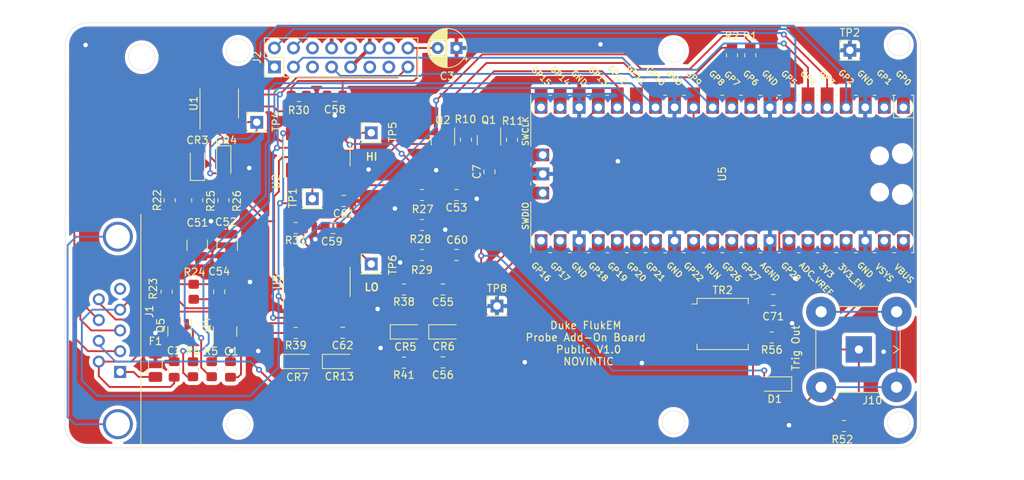
<source format=kicad_pcb>
(kicad_pcb (version 20211014) (generator pcbnew)
  (title_block (title "Duke Fluke'EM Probe Board") (date "2022-06-19") (rev "Public 1.0") (company "novintic") (comment 3 "mirko (novintic)"))
  (layers (0 "F.Cu" signal) (31 "B.Cu" signal) (34 "B.Paste" user) (35 "F.Paste" user) (36 "B.SilkS" user "B.Silkscreen") (37 "F.SilkS" user "F.Silkscreen") (38 "B.Mask" user) (39 "F.Mask" user) (44 "Edge.Cuts" user))
  (net 0 "")
  (net 1 "GND")
  (net 2 "~{RED}")
  (net 3 "~{GRN}")
  (net 4 "+3V3")
  (net 5 "5VProbe")
  (net 6 "Net-(C51-Pad1)")
  (net 7 "Net-(C52-Pad1)")
  (net 8 "~{PULSEHI_B}")
  (net 9 "~{PULSEHI}")
  (net 10 "PULSELO")
  (net 11 "-.7V")
  (net 12 "0.108V")
  (net 13 "-5V")
  (net 14 "Net-(C71-Pad1)")
  (net 15 "SYNC OUT_A")
  (net 16 "Net-(CR5-Pad2)")
  (net 17 "Net-(CR13-Pad1)")
  (net 18 "Net-(D1-Pad1)")
  (net 19 "Net-(TP5-Pad1)")
  (net 20 "Net-(TP6-Pad1)")
  (net 21 "FUSE_GND")
  (net 22 "unconnected-(J1-Pad0)")
  (net 23 "PROBE_TIP")
  (net 24 "SHIELD")
  (net 25 "SPISCK_A")
  (net 26 "SPICS_A")
  (net 27 "MOSI_A")
  (net 28 "MISO_A")
  (net 29 "GPIO0_A")
  (net 30 "GPIO1_A")
  (net 31 "~{SYNC_A}")
  (net 32 "TX_A")
  (net 33 "RX_A")
  (net 34 "GPIO0_B")
  (net 35 "GPIO1_B")
  (net 36 "PWRFAIL_A")
  (net 37 "~{RESET_A}")
  (net 38 "~{PODSTAT_A}")
  (net 39 "DA7")
  (net 40 "DA6")
  (net 41 "~{MAINSTAT_A}")
  (net 42 "DA5")
  (net 43 "DA4")
  (net 44 "DA0")
  (net 45 "DA3")
  (net 46 "DA1")
  (net 47 "DA2")
  (net 48 "Net-(J10-Pad1)")
  (net 49 "Net-(J10-Pad2)")
  (net 50 "LEDHI_A")
  (net 51 "LEDLO_A")
  (net 52 "0.339V")
  (net 53 "Net-(R56-Pad2)")
  (net 54 "Net-(TP1-Pad1)")
  (net 67 "~{HIGH_A}")
  (net 68 "~{LOW_A}")
  (net 77 "PULSELO_B")
  (net 78 "Net-(Q1-Pad1)")
  (net 79 "Net-(Q2-Pad1)")
  (net 80 "Net-(Q4-Pad1)")
  (net 81 "Net-(Q5-Pad1)")
  (net 82 "Net-(R1-Pad2)")
  (net 83 "Net-(R2-Pad2)")
  (net 84 "PULSEHI_A")
  (net 85 "~{PULSELO_A}")
  (footprint "Capacitor_SMD:C_0805_2012Metric_Pad1.18x1.45mm_HandSolder" (layer "F.Cu") (at 150.6 102.8 180)
    (fp_text reference "C60")
    (fp_text value "0.22uF")
  )
  (footprint "Connector_PinHeader_2.54mm:PinHeader_2x08_P2.54mm_Vertical" (layer "F.Cu") (at 126.35 77.74 90)
    (fp_text reference "J2")
    (fp_text value "FluCom3")
  )
  (footprint "Connector_PinHeader_2.54mm:PinHeader_1x01_P2.54mm_Vertical" (layer "F.Cu") (at 139.25 104)
    (fp_text reference "TP6")
    (fp_text value "HI")
  )
  (footprint "Package_SO:SOIC-14_3.9x8.7mm_P1.27mm" (layer "F.Cu") (at 132 89 90)
    (fp_text reference "U2")
    (fp_text value "LM361")
  )
  (footprint "Resistor_SMD:R_0805_2012Metric_Pad1.20x1.40mm_HandSolder" (layer "F.Cu") (at 146 94.8)
    (fp_text reference "R27")
    (fp_text value "4420R(1%)")
  )
  (footprint "Package_TO_SOT_SMD:SOT-23" (layer "F.Cu") (at 154.933332 87.5 -90)
    (fp_text reference "Q1")
    (fp_text value "BSS138")
  )
  (footprint "Capacitor_SMD:C_0805_2012Metric_Pad1.18x1.45mm_HandSolder" (layer "F.Cu") (at 148.8 107.4 180)
    (fp_text reference "C55")
    (fp_text value ".001uF")
  )
  (footprint "MCU_RaspberryPi_and_Boards:RPi_Pico_SMD_TH" (layer "F.Cu") (at 186 92 -90)
    (fp_text reference "U5")
    (fp_text value "2040 Pico")
  )
  (footprint "Resistor_SMD:R_0805_2012Metric_Pad1.20x1.40mm_HandSolder" (layer "F.Cu") (at 112.4 95.5 90)
    (fp_text reference "R22")
    (fp_text value "200R")
  )
  (footprint "Resistor_SMD:R_0805_2012Metric_Pad1.20x1.40mm_HandSolder" (layer "F.Cu") (at 143.6 107.4 180)
    (fp_text reference "R38")
    (fp_text value "750R")
  )
  (footprint "Capacitor_SMD:C_0805_2012Metric_Pad1.18x1.45mm_HandSolder" (layer "F.Cu") (at 192.8 108.8)
    (fp_text reference "C71")
    (fp_text value "0.22uF")
  )
  (footprint "Capacitor_SMD:C_0805_2012Metric_Pad1.18x1.45mm_HandSolder" (layer "F.Cu") (at 134.4 81.6)
    (fp_text reference "C58")
    (fp_text value "0.22uF")
  )
  (footprint "Package_TO_SOT_SMD:SOT-23" (layer "F.Cu") (at 148.8 87.5 -90)
    (fp_text reference "Q2")
    (fp_text value "BSS138")
  )
  (footprint "Resistor_SMD:R_0805_2012Metric_Pad1.20x1.40mm_HandSolder" (layer "F.Cu") (at 118 118.0325 -90)
    (fp_text reference "R5")
    (fp_text value "1K")
  )
  (footprint "Resistor_SMD:R_0805_2012Metric_Pad1.20x1.40mm_HandSolder" (layer "F.Cu") (at 129.2 113.2 180)
    (fp_text reference "R39")
    (fp_text value "1K")
  )
  (footprint "Package_TO_SOT_SMD:SOT-23" (layer "F.Cu") (at 119.78 113 90)
    (fp_text reference "Q4")
    (fp_text value "BSS138")
  )
  (footprint "Transformer_SMD:Pulse_P0926NL" (layer "F.Cu") (at 186.06 112)
    (fp_text reference "TR2")
    (fp_text value "PULSE PH9084")
  )
  (footprint "Capacitor_SMD:C_0805_2012Metric_Pad1.18x1.45mm_HandSolder" (layer "F.Cu") (at 120.5 118.0625 -90)
    (fp_text reference "C1")
    (fp_text value "6.8uF 35V")
  )
  (footprint "Capacitor_SMD:C_0805_2012Metric_Pad1.18x1.45mm_HandSolder" (layer "F.Cu") (at 134.1625 99.2)
    (fp_text reference "C59")
    (fp_text value "0.22uF")
  )
  (footprint "Resistor_SMD:R_0805_2012Metric_Pad1.20x1.40mm_HandSolder" (layer "F.Cu") (at 151.866666 87.43 -90)
    (fp_text reference "R10")
    (fp_text value "1K")
  )
  (footprint "Diode_SMD:Nexperia_CFP3_SOD-123W" (layer "F.Cu") (at 116.1 90.6 90)
    (fp_text reference "CR3")
    (fp_text value "1N4448")
  )
  (footprint "Diode_SMD:Nexperia_CFP3_SOD-123W" (layer "F.Cu") (at 144.045 113.05)
    (fp_text reference "CR5")
    (fp_text value "1N4448")
  )
  (footprint "Capacitor_SMD:C_0805_2012Metric_Pad1.18x1.45mm_HandSolder" (layer "F.Cu") (at 135.6 95.6 180)
    (fp_text reference "C61")
    (fp_text value "0.22uF")
  )
  (footprint "Resistor_SMD:R_0805_2012Metric_Pad1.20x1.40mm_HandSolder" (layer "F.Cu") (at 192.6 113.8 180)
    (fp_text reference "R56")
    (fp_text value "510R")
  )
  (footprint "Package_TO_SOT_SMD:SOT-23" (layer "F.Cu") (at 113.72 113 -90)
    (fp_text reference "Q5")
    (fp_text value "BSS138")
  )
  (footprint "Resistor_SMD:R_0805_2012Metric_Pad1.20x1.40mm_HandSolder" (layer "F.Cu") (at 146 98.8)
    (fp_text reference "R28")
    (fp_text value "200R(1%)")
  )
  (footprint "Capacitor_SMD:C_0805_2012Metric_Pad1.18x1.45mm_HandSolder" (layer "F.Cu") (at 113 118.0625 -90)
    (fp_text reference "C2")
    (fp_text value "6.8uF 35V")
  )
  (footprint "Resistor_SMD:R_0805_2012Metric_Pad1.20x1.40mm_HandSolder" (layer "F.Cu") (at 129.6 81.6 180)
    (fp_text reference "R30")
    (fp_text value "2.2K")
  )
  (footprint "Connector_PinHeader_2.54mm:PinHeader_1x01_P2.54mm_Vertical" (layer "F.Cu") (at 203 75.5)
    (fp_text reference "TP2")
    (fp_text value "GND")
  )
  (footprint "Resistor_SMD:R_0805_2012Metric_Pad1.20x1.40mm_HandSolder" (layer "F.Cu") (at 189.735832 76.17 -90)
    (fp_text reference "R1")
    (fp_text value "200R")
  )
  (footprint "Capacitor_SMD:C_1210_3225Metric" (layer "F.Cu") (at 120.07 101.5 -90)
    (fp_text reference "C52")
    (fp_text value "5-50pF")
  )
  (footprint "Resistor_SMD:R_0805_2012Metric_Pad1.20x1.40mm_HandSolder" (layer "F.Cu") (at 115.6 107.7 -90)
    (fp_text reference "R24")
    (fp_text value "330R")
  )
  (footprint "Resistor_SMD:R_0805_2012Metric_Pad1.20x1.40mm_HandSolder" (layer "F.Cu") (at 116.07 95.5 90)
    (fp_text reference "R25")
    (fp_text value "150R")
  )
  (footprint "Resistor_SMD:R_0805_2012Metric_Pad1.20x1.40mm_HandSolder" (layer "F.Cu") (at 187.301666 76.17 -90)
    (fp_text reference "R2")
    (fp_text value "200R")
  )
  (footprint "Capacitor_SMD:C_0805_2012Metric_Pad1.18x1.45mm_HandSolder" (layer "F.Cu") (at 135.4375 113.17 180)
    (fp_text reference "C62")
    (fp_text value "0.22uF")
  )
  (footprint "Diode_SMD:Nexperia_CFP3_SOD-123W" (layer "F.Cu") (at 129.6 117)
    (fp_text reference "CR7")
    (fp_text value "1N4448")
  )
  (footprint "Package_SO:SOIC-14_3.9x8.7mm_P1.27mm" (layer "F.Cu") (at 132 106.4 90)
    (fp_text reference "U3")
    (fp_text value "LM361")
  )
  (footprint "Diode_SMD:Nexperia_CFP3_SOD-123W" (layer "F.Cu") (at 193 120 180)
    (fp_text reference "D1")
    (fp_text value "MBR120(520?)")
  )
  (footprint "Capacitor_SMD:C_0805_2012Metric_Pad1.18x1.45mm_HandSolder" (layer "F.Cu") (at 155 91.7 90)
    (fp_text reference "C7")
    (fp_text value "10nF")
  )
  (footprint "Resistor_SMD:R_0805_2012Metric_Pad1.20x1.40mm_HandSolder" (layer "F.Cu") (at 202.2 125.6)
    (fp_text reference "R52")
    (fp_text value "100R")
  )
  (footprint "Connector_PinHeader_2.54mm:PinHeader_1x01_P2.54mm_Vertical" (layer "F.Cu") (at 156 109.6)
    (fp_text reference "TP8")
    (fp_text value "TP8")
  )
  (footprint "Capacitor_SMD:C_0805_2012Metric_Pad1.18x1.45mm_HandSolder" (layer "F.Cu") (at 150.6 94.8 180)
    (fp_text reference "C53")
    (fp_text value "0.22uF")
  )
  (footprint "Diode_SMD:Nexperia_CFP3_SOD-123W" (layer "F.Cu") (at 135 117)
    (fp_text reference "CR13")
    (fp_text value "1N4448")
  )
  (footprint "Diode_SMD:Nexperia_CFP3_SOD-123W" (layer "F.Cu") (at 119.6 90.5 -90)
    (fp_text reference "CR4")
    (fp_text value "1N4448")
  )
  (footprint "Connector_Dsub:DSUB-9_Female_Horizontal_P2.77x2.84mm_EdgePinOffset4.94mm_Housed_MountingHolesOffset7.48mm" (layer "F.Cu") (at 105.8 118.4 -90)
    (fp_text reference "J1")
    (fp_text value "9010A Probe")
  )
  (footprint "Connector_PinHeader_2.54mm:PinHeader_1x01_P2.54mm_Vertical" (layer "F.Cu") (at 131.4 95.3)
    (fp_text reference "TP1")
    (fp_text value "TP1")
  )
  (footprint "Diode_SMD:Nexperia_CFP3_SOD-123W" (layer "F.Cu") (at 149.17 113.05)
    (fp_text reference "CR6")
    (fp_text value "1N4448")
  )
  (footprint "Resistor_SMD:R_0805_2012Metric_Pad1.20x1.40mm_HandSolder" (layer "F.Cu") (at 146 102.8)
    (fp_text reference "R29")
    (fp_text value "100R(1%)")
  )
  (footprint "Package_SO:SOIC-8_3.9x4.9mm_P1.27mm" (layer "F.Cu") (at 119 82.6 90)
    (fp_text reference "U1")
    (fp_text value "JFE2140")
  )
  (footprint "Capacitor_SMD:C_0805_2012Metric_Pad1.18x1.45mm_HandSolder" (layer "F.Cu") (at 148.8 117.12 180)
    (fp_text reference "C56")
    (fp_text value "22uF 15V Tant")
  )
  (footprint "Capacitor_SMD:C_0805_2012Metric_Pad1.18x1.45mm_HandSolder" (layer "F.Cu") (at 119 107.7 90)
    (fp_text reference "C54")
    (fp_text value ".001uF")
  )
  (footprint "Resistor_SMD:R_0805_2012Metric_Pad1.20x1.40mm_HandSolder" (layer "F.Cu") (at 112 107.7 90)
    (fp_text reference "R23")
    (fp_text value "200R")
  )
  (footprint "Capacitor_SMD:C_1210_3225Metric" (layer "F.Cu") (at 116.07 101.5 -90)
    (fp_text reference "C51")
    (fp_text value "2-10pF")
  )
  (footprint "Resistor_SMD:R_0805_2012Metric_Pad1.20x1.40mm_HandSolder" (layer "F.Cu") (at 158 87.43 90)
    (fp_text reference "R11")
    (fp_text value "1K")
  )
  (footprint "Connector_Coaxial:BNC_TEConnectivity_1478035_Horizontal" (layer "F.Cu") (at 204.2 115.4 -90)
    (fp_text reference "J10")
    (fp_text value "Trig Out")
  )
  (footprint "Resistor_SMD:R_0805_2012Metric_Pad1.20x1.40mm_HandSolder" (layer "F.Cu") (at 143.6 117.15 180)
    (fp_text reference "R41")
    (fp_text value "200R")
  )
  (footprint "Capacitor_SMD:C_1206_3216Metric_Pad1.33x1.80mm_HandSolder" (layer "F.Cu") (at 110.5 117.5 90)
    (fp_text reference "F1")
    (fp_text value "Polyfuse")
  )
  (footprint "Resistor_SMD:R_0805_2012Metric_Pad1.20x1.40mm_HandSolder" (layer "F.Cu") (at 115.5 118.0325 -90)
    (fp_text reference "R6")
    (fp_text value "1K")
  )
  (footprint "Connector_PinHeader_2.54mm:PinHeader_1x01_P2.54mm_Vertical" (layer "F.Cu") (at 139.25 86.5)
    (fp_text reference "TP5")
    (fp_text value "LO")
  )
  (footprint "Connector_PinHeader_2.54mm:PinHeader_1x01_P2.54mm_Vertical" (layer "F.Cu") (at 124 85.1)
    (fp_text reference "TP4")
    (fp_text value "JFET_IN")
  )
  (footprint "Capacitor_THT:CP_Radial_D5.0mm_P2.50mm" (layer "F.Cu") (at 150.605112 75.2 180)
    (fp_text reference "C3")
    (fp_text value "100uF")
  )
  (footprint "Resistor_SMD:R_0805_2012Metric_Pad1.20x1.40mm_HandSolder" (layer "F.Cu") (at 119.57 95.5 90)
    (fp_text reference "R26")
    (fp_text value "15K(1%)")
  )
  (footprint "Resistor_SMD:R_0805_2012Metric_Pad1.20x1.40mm_HandSolder" (layer "F.Cu") (at 129.2 99.2 180)
    (fp_text reference "R31")
    (fp_text value "2.2K")
  )
  (gr_line (start 98.51541 74.74541) (end 98.46541 125.59541) (layer "Edge.Cuts") (width 0.05))
  (gr_arc (start 209.51541 71.84541) (mid 211.56601 72.694804) (end 212.41541 74.74541) (layer "Edge.Cuts") (width 0.05))
  (gr_line (start 121.615354 128.493745) (end 179.51541 128.49541) (layer "Edge.Cuts") (width 0.05))
  (gr_circle (center 209.51541 74.74541) (end 211.01541 74.74541) (layer "Edge.Cuts") (width 0.05) (fill none))
  (gr_arc (start 101.36541 128.49541) (mid 99.3148 127.64602) (end 98.46541 125.59541) (layer "Edge.Cuts") (width 0.05))
  (gr_line (start 101.41541 71.84541) (end 209.51541 71.84541) (layer "Edge.Cuts") (width 0.05))
  (gr_arc (start 212.41541 125.59541) (mid 211.566017 127.646017) (end 209.51541 128.49541) (layer "Edge.Cuts") (width 0.05))
  (gr_line (start 115.56541 128.49541) (end 121.615354 128.493745) (layer "Edge.Cuts") (width 0.05))
  (gr_line (start 212.41541 125.19541) (end 212.41541 74.74541) (layer "Edge.Cuts") (width 0.05))
  (gr_circle (center 121.51541 125.38666) (end 122.91541 126.08666) (layer "Edge.Cuts") (width 0.05) (fill none))
  (gr_circle (center 179.51541 75.54541) (end 181.01541 75.94541) (layer "Edge.Cuts") (width 0.05) (fill none))
  (gr_line (start 212.41541 125.19541) (end 212.41541 125.59541) (layer "Edge.Cuts") (width 0.05))
  (gr_circle (center 121.51541 75.54541) (end 122.81541 76.44541) (layer "Edge.Cuts") (width 0.05) (fill none))
  (gr_line (start 179.51541 128.49541) (end 209.51541 128.49541) (layer "Edge.Cuts") (width 0.05))
  (gr_circle (center 209.51541 125.19541) (end 211.01541 125.19541) (layer "Edge.Cuts") (width 0.05) (fill none))
  (gr_circle (center 108.675 76.425) (end 108.675 74.675) (layer "Edge.Cuts") (width 0.05) (fill none))
  (gr_line (start 115.56541 128.49541) (end 101.36541 128.49541) (layer "Edge.Cuts") (width 0.05))
  (gr_arc (start 98.51541 74.74541) (mid 99.3648 72.6948) (end 101.41541 71.84541) (layer "Edge.Cuts") (width 0.05))
  (gr_circle (center 179.51541 125.09541) (end 180.81541 125.89541) (layer "Edge.Cuts") (width 0.05) (fill none))
  (gr_text "HI" (at 139.3 89.7) (layer "F.SilkS") (effects (font (size 1 1) (thickness 0.2))))
  (gr_text "LO" (at 139.3 107.1) (layer "F.SilkS") (effects (font (size 1 1) (thickness 0.2))))
  (gr_text "Duke FlukEM \nProbe Add-On Board \nPublic V1.0\nNOVINTIC" (at 168.2 114.6) (layer "F.SilkS") (effects (font (size 1 1))))
  (segment (start 110.5 115.9375) (end 111.9125 115.9375) (width 0.25) (layer "F.Cu") (net 1))
  (segment (start 193.6 76.1) (end 193.6 81.86) (width 0.25) (layer "F.Cu") (net 1))
  (segment (start 111.9125 115.9375) (end 113 117.025) (width 0.25) (layer "F.Cu") (net 1))
  (segment (start 193.6 81.86) (end 192.35 83.11) (width 0.25) (layer "F.Cu") (net 1))
  (segment (start 136.51 77.74) (end 139.05 75.2) (width 0.5) (layer "F.Cu") (net 1))
  (via (at 147.9 91.5) (size 1) (drill 0.6) (layers "F.Cu" "B.Cu") (net 1))
  (via (at 195.3 111.9) (size 1) (drill 0.6) (layers "F.Cu" "B.Cu") (net 1))
  (via (at 110.5 113.2) (size 1) (drill 0.6) (layers "F.Cu" "B.Cu") (net 1))
  (via (at 140.1 110) (size 1) (drill 0.6) (layers "F.Cu" "B.Cu") (net 1))
  (via (at 138.9 91.4) (size 1) (drill 0.6) (layers "F.Cu" "B.Cu") (net 1))
  (via (at 124.2 115.6) (size 1) (drill 0.6) (layers "F.Cu" "B.Cu") (net 1))
  (via (at 120.6 115.6) (size 1) (drill 0.6) (layers "F.Cu" "B.Cu") (net 1))
  (via (at 149.1 99.4245) (size 1) (drill 0.6) (layers "F.Cu" "B.Cu") (net 1))
  (via (at 123.1 106.4) (size 1) (drill 0.6) (layers "F.Cu" "B.Cu") (net 1))
  (via (at 159.7 117.1) (size 1) (drill 0.6) (layers "F.Cu" "B.Cu") (net 1))
  (via (at 169.780205 74.713377) (size 1) (drill 0.6) (layers "F.Cu" "B.Cu") (net 1))
  (via (at 131.8 100.7) (size 1) (drill 0.6) (layers "F.Cu" "B.Cu") (net 1))
  (via (at 140.5 115.2) (size 1) (drill 0.6) (layers "F.Cu" "B.Cu") (net 1))
  (via (at 195.7 105.9) (size 1) (drill 0.6) (layers "F.Cu" "B.Cu") (net 1))
  (via (at 207.5 115.7) (size 1) (drill 0.6) (layers "F.Cu" "B.Cu") (net 1))
  (via (at 123 91.2) (size 1) (drill 0.6) (layers "F.Cu" "B.Cu") (net 1))
  (via (at 134.4 84.2) (size 1) (drill 0.6) (layers "F.Cu" "B.Cu") (net 1))
  (via (at 153.3 95.3) (size 1) (drill 0.6) (layers "F.Cu" "B.Cu") (net 1))
  (via (at 143.1 103.8) (size 1) (drill 0.6) (layers "F.Cu" "B.Cu") (net 1))
  (via (at 142.4 96.6) (size 1) (drill 0.6) (layers "F.Cu" "B.Cu") (net 1))
  (via (at 175.3 117.2) (size 1) (drill 0.6) (layers "F.Cu" "B.Cu") (net 1))
  (via (at 117.9 98.3) (size 1) (drill 0.6) (layers "F.Cu" "B.Cu") (net 1))
  (via (at 194.9 125.5) (size 1) (drill 0.6) (layers "F.Cu" "B.Cu") (net 1))
  (via (at 101.2 74.8) (size 1) (drill 0.6) (layers "F.Cu" "B.Cu") (net 1))
  (via (at 172.1 90.3) (size 1) (drill 0.6) (layers "F.Cu" "B.Cu") (net 1))
  (segment (start 102.96 109.16) (end 105.2 111.4) (width 0.25) (layer "F.Cu") (net 2))
  (segment (start 121.5 119.1) (end 120.5 119.1) (width 0.25) (layer "F.Cu") (net 2))
  (segment (start 109.66431 111.4) (end 110.713811 110.350499) (width 0.25) (layer "F.Cu") (net 2))
  (segment (start 105.2 111.4) (end 109.66431 111.4) (width 0.25) (layer "F.Cu") (net 2))
  (segment (start 121.0625 112.0625) (end 121.9 112.9) (width 0.25) (layer "F.Cu") (net 2))
  (segment (start 121.9 112.9) (end 121.9 118.7) (width 0.25) (layer "F.Cu") (net 2))
  (segment (start 119.250499 110.350499) (end 119.78 110.88) (width 0.25) (layer "F.Cu") (net 2))
  (segment (start 121.9 118.7) (end 121.5 119.1) (width 0.25) (layer "F.Cu") (net 2))
  (segment (start 119.78 110.88) (end 119.78 112.0625) (width 0.25) (layer "F.Cu") (net 2))
  (segment (start 110.713811 110.350499) (end 119.250499 110.350499) (width 0.25) (layer "F.Cu") (net 2))
  (segment (start 119.78 112.0625) (end 121.0625 112.0625) (width 0.25) (layer "F.Cu") (net 2))
  (segment (start 113.3 110.8) (end 113.72 111.22) (width 0.25) (layer "F.Cu") (net 3))
  (segment (start 108.15 116.15) (end 108.15 113.55) (width 0.25) (layer "F.Cu") (net 3))
  (segment (start 112.5 120.4) (end 113 119.9) (width 0.25) (layer "F.Cu") (net 3))
  (segment (start 113 119.9) (end 113 119.1) (width 0.25) (layer "F.Cu") (net 3))
  (segment (start 102.96 117.015) (end 102.96 118.96) (width 0.25) (layer "F.Cu") (net 3))
  (segment (start 110.9 110.8) (end 113.3 110.8) (width 0.25) (layer "F.Cu") (net 3))
  (segment (start 102.96 117.015) (end 107.285 117.015) (width 0.25) (layer "F.Cu") (net 3))
  (segment (start 104.4 120.4) (end 112.5 120.4) (width 0.25) (layer "F.Cu") (net 3))
  (segment (start 102.96 118.96) (end 104.4 120.4) (width 0.25) (layer "F.Cu") (net 3))
  (segment (start 113.72 111.22) (end 113.72 113.9375) (width 0.25) (layer "F.Cu") (net 3))
  (segment (start 108.15 113.55) (end 110.9 110.8) (width 0.25) (layer "F.Cu") (net 3))
  (segment (start 107.285 117.015) (end 108.15 116.15) (width 0.25) (layer "F.Cu") (net 3))
  (segment (start 135 105.9) (end 135.81 105.09) (width 0.25) (layer "F.Cu") (net 5))
  (segment (start 149.5625 94.8) (end 149.5625 96.6625) (width 0.25) (layer "F.Cu") (net 5))
  (segment (start 128.19 83.01) (end 128.6 82.6) (width 0.25) (layer "F.Cu") (net 5))
  (segment (start 153.894888 100.994888) (end 153.894888 102.905112) (width 0.25) (layer "F.Cu") (net 5))
  (segment (start 135.2 101.2) (end 135.2 99.2) (width 0.25) (layer "F.Cu") (net 5))
  (segment (start 128.19 103.925) (end 129.46 103.925) (width 0.25) (layer "F.Cu") (net 5))
  (segment (start 135.81 86.525) (end 135.81 87.5345) (width 0.25) (layer "F.Cu") (net 5))
  (segment (start 135.81 87.5345) (end 136.3755 88.1) (width 0.25) (layer "F.Cu") (net 5))
  (segment (start 144.13 75.2) (end 147.805112 75.2) (width 0.25) (layer "F.Cu") (net 5))
  (segment (start 127.475 108.875) (end 126.9 108.3) (width 0.25) (layer "F.Cu") (net 5))
  (segment (start 153.9 104.3) (end 153.5 104.7) (width 0.25) (layer "F.Cu") (net 5))
  (segment (start 119.6 87.31) (end 119.6 89.1) (width 0.25) (layer "F.Cu") (net 5))
  (segment (start 153.894888 104.294888) (end 153.9 104.3) (width 0.25) (layer "F.Cu") (net 5))
  (segment (start 150.3 92.7) (end 149.5625 93.4375) (width 0.25) (layer "F.Cu") (net 5))
  (segment (start 136.2 79.6) (end 135.4375 79.6) (width 0.25) (layer "F.Cu") (net 5))
  (segment (start 130.4 105.9) (end 135 105.9) (width 0.25) (layer "F.Cu") (net 5))
  (segment (start 129.46 103.925) (end 129.46 104.96) (width 0.25) (layer "F.Cu") (net 5))
  (segment (start 129.5 79.6) (end 136.2 79.6) (width 0.25) (layer "F.Cu") (net 5))
  (segment (start 118.365 85.075) (end 118.365 86.075) (width 0.25) (layer "F.Cu") (net 5))
  (segment (start 128.19 103.925) (end 128.19 99.21) (width 0.25) (layer "F.Cu") (net 5))
  (segment (start 153.894888 102.905112) (end 153.894888 104.294888) (width 0.25) (layer "F.Cu") (net 5))
  (segment (start 149.5625 93.4375) (end 149.5625 94.8) (width 0.25) (layer "F.Cu") (net 5))
  (segment (start 135.81 101.81) (end 135.2 101.2) (width 0.25) (layer "F.Cu") (net 5))
  (segment (start 145.4 79.1) (end 145.4 75.2) (width 0.25) (layer "F.Cu") (net 5))
  (segment (start 128.115 86.6) (end 127.559285 86.6) (width 0.25) (layer "F.Cu") (net 5))
  (segment (start 150.3375 92.7375) (end 150.3 92.7) (width 0.25) (layer "F.Cu") (net 5))
  (segment (start 126.215 83) (end 126.85 83.635) (width 0.25) (layer "F.Cu") (net 5))
  (segment (start 129.46 104.96) (end 130.4 105.9) (width 0.25) (layer "F.Cu") (net 5))
  (segment (start 105.8 110.09) (end 107.19 108.7) (width 0.25) (layer "F.Cu") (net 5))
  (segment (start 135.4375 79.6) (end 135.4375 81.6) (width 0.25) (layer "F.Cu") (net 5))
  (segment (start 144.9 79.6) (end 145.4 79.1) (width 0.25) (layer "F.Cu") (net 5))
  (segment (start 146.8 92.7) (end 143.4 89.3) (width 0.25) (layer "F.Cu") (net 5))
  (segment (start 135.81 103.925) (end 135.81 101.81) (width 0.25) (layer "F.Cu") (net 5))
  (segment (start 135.8 83.35) (end 135.8 86.515) (width 0.25) (layer "F.Cu") (net 5))
  (segment (start 146.8 94.8) (end 146.8 92.7) (width 0.25) (layer "F.Cu") (net 5))
  (segment (start 128.19 83.01) (end 128.19 86.525) (width 0.25) (layer "F.Cu") (net 5))
  (segment (start 127.559285 86.6) (end 127.523502 86.564217) (width 0.25) (layer "F.Cu") (net 5))
  (segment (start 191.6 118.2) (end 191.6 120) (width 0.25) (layer "F.Cu") (net 5))
  (segment (start 118.365 85.075) (end 118.365 84.035) (width 0.25) (layer "F.Cu") (net 5))
  (segment (start 128.2 96) (end 128.1 95.9) (width 0.25) (layer "F.Cu") (net 5))
  (segment (start 128.6 80.5) (end 129.5 79.6) (width 0.25) (layer "F.Cu") (net 5))
  (segment (start 127.1 95.9) (end 128.1 95.9) (width 0.25) (layer "F.Cu") (net 5))
  (segment (start 118.365 86.075) (end 119.6 87.31) (width 0.25) (layer "F.Cu") (net 5))
  (segment (start 128.19 86.525) (end 129.46 86.525) (width 0.25) (layer "F.Cu") (net 5))
  (segment (start 149.5625 96.6625) (end 153.894888 100.994888) (width 0.25) (layer "F.Cu") (net 5))
  (segment (start 118.365 84.035) (end 119.4 83) (width 0.25) (layer "F.Cu") (net 5))
  (segment (start 128.19 95.89) (end 128.2 95.9) (width 0.25) (layer "F.Cu") (net 5))
  (segment (start 155 92.7375) (end 150.3375 92.7375) (width 0.25) (layer "F.Cu") (net 5))
  (segment (start 126.85 83.635) (end 128.165 83.635) (width 0.25) (layer "F.Cu") (net 5))
  (segment (start 128.19 91.475) (end 128.19 95.89) (width 0.25) (layer "F.Cu") (net 5))
  (segment (start 142.6 106) (end 142.6 107.4) (width 0.25) (layer "F.Cu") (net 5))
  (segment (start 136.2 79.6) (end 144.9 79.6) (width 0.25) (layer "F.Cu") (net 5))
  (segment (start 128.6 82.6) (end 128.6 81.6) (width 0.25) (layer "F.Cu") (net 5))
  (segment (start 128.2 99.2) (end 128.2 96) (width 0.25) (layer "F.Cu") (net 5))
  (segment (start 143.4 89.3) (end 143.3 89.3) (width 0.25) (layer "F.Cu") (net 5))
  (segment (start 128.6 81.6) (end 128.6 80.5) (width 0.25) (layer "F.Cu") (net 5))
  (segment (start 147 94.8) (end 149.5625 94.8) (width 0.25) (layer "F.Cu") (net 5))
  (segment (start 135.81 105.09) (end 135.81 103.925) (width 0.25) (layer "F.Cu") (net 5))
  (segment (start 135.4375 82.9875) (end 135.8 83.35) (width 0.25) (layer "F.Cu") (net 5))
  (segment (start 153.5 104.7) (end 143.9 104.7) (width 0.25) (layer "F.Cu") (net 5))
  (segment (start 145.4 75.2) (end 144.13 75.2) (width 0.25) (layer "F.Cu") (net 5))
  (segment (start 119.4 83) (end 126.215 83) (width 0.25) (layer "F.Cu") (net 5))
  (segment (start 128.19 108.875) (end 127.475 108.875) (width 0.25) (layer "F.Cu") (net 5))
  (segment (start 143.9 104.7) (end 142.6 106) (width 0.25) (layer "F.Cu") (net 5))
  (segment (start 107.19 108.7) (end 112 108.7) (width 0.25) (layer "F.Cu") (net 5))
  (segment (start 135.4375 81.6) (end 135.4375 82.9875) (width 0.25) (layer "F.Cu") (net 5))
  (via (at 126.9 108.3) (size 0.8) (drill 0.4) (layers "F.Cu" "B.Cu") (net 5))
  (via (at 143.3 89.3) (size 0.8) (drill 0.4) (layers "F.Cu" "B.Cu") (net 5))
  (via (at 127.1 95.9) (size 0.8) (drill 0.4) (layers "F.Cu" "B.Cu") (net 5))
  (via (at 136.3755 88.1) (size 0.8) (drill 0.4) (layers "F.Cu" "B.Cu") (net 5))
  (via (at 127.523502 86.564217) (size 0.8) (drill 0.4) (layers "F.Cu" "B.Cu") (net 5))
  (via (at 191.6 118.2) (size 0.8) (drill 0.4) (layers "F.Cu" "B.Cu") (net 5))
  (via (at 153.894888 102.905112) (size 0.8) (drill 0.4) (layers "F.Cu" "B.Cu") (net 5))
  (segment (start 162.4 109.2) (end 171.4 118.2) (width 0.25) (layer "B.Cu") (net 5))
  (segment (start 171.4 118.2) (end 191.6 118.2) (width 0.25) (layer "B.Cu") (net 5))
  (segment (start 102.11 110.09) (end 100.7 111.5) (width 0.25) (layer "B.Cu") (net 5))
  (segment (start 126.9 117.8) (end 126.9 108.3) (width 0.25) (layer "B.Cu") (net 5))
  (segment (start 102.8 121.6) (end 123.1 121.6) (width 0.25) (layer "B.Cu") (net 5))
  (segment (start 127.1 95.9) (end 127.523502 95.476498) (width 0.25) (layer "B.Cu") (net 5))
  (segment (start 136.4755 88) (end 142 88) (width 0.25) (layer "B.Cu") (net 5))
  (segment (start 156.105112 102.905112) (end 162.4 109.2) (width 0.25) (layer "B.Cu") (net 5))
  (segment (start 127.523502 95.476498) (end 127.523502 86.564217) (width 0.25) (layer "B.Cu") (net 5))
  (segment (start 142 88) (end 143.3 89.3) (width 0.25) (layer "B.Cu") (net 5))
  (segment (start 127.1 95.9) (end 126.9 96.1) (width 0.25) (layer "B.Cu") (net 5))
  (segment (start 105.8 110.09) (end 102.11 110.09) (width 0.25) (layer "B.Cu") (net 5))
  (segment (start 126.9 96.1) (end 126.9 108.3) (width 0.25) (layer "B.Cu") (net 5))
  (segment (start 123.1 121.6) (end 126.9 117.8) (width 0.25) (layer "B.Cu") (net 5))
  (segment (start 136.3755 88.1) (end 136.4755 88) (width 0.25) (layer "B.Cu") (net 5))
  (segment (start 100.7 119.5) (end 102.8 121.6) (width 0.25) (layer "B.Cu") (net 5))
  (segment (start 153.894888 102.905112) (end 156.105112 102.905112) (width 0.25) (layer "B.Cu") (net 5))
  (segment (start 100.7 111.5) (end 100.7 119.5) (width 0.25) (layer "B.Cu") (net 5))
  (segment (start 116.07 96.5) (end 116.07 100.025) (width 0.25) (layer "F.Cu") (net 6))
  (segment (start 119.57 94.5) (end 120.57 94.5) (width 0.25) (layer "F.Cu") (net 7))
  (segment (start 121.1 95.03) (end 121.1 97.6) (width 0.25) (layer "F.Cu") (net 7))
  (segment (start 116.07 94.5) (end 112.5 94.5) (width 0.25) (layer "F.Cu") (net 7))
  (segment (start 120.07 98.63) (end 120.07 100.025) (width 0.25) (layer "F.Cu") (net 7))
  (segment (start 121.1 97.6) (end 120.07 98.63) (width 0.25) (layer "F.Cu") (net 7))
  (segment (start 120 91.9) (end 117.8 91.9) (width 0.25) (layer "F.Cu") (net 7))
  (segment (start 119.7 94.37) (end 119.7 92.2) (width 0.25) (layer "F.Cu") (net 7))
  (segment (start 120.905 85.075) (end 123.875 85.075) (width 0.25) (layer "F.Cu") (net 7))
  (segment (start 116.1 94.47) (end 116.1 92.4) (width 0.25) (layer "F.Cu") (net 7))
  (segment (start 120.57 94.5) (end 121.1 95.03) (width 0.25) (layer "F.Cu") (net 7))
  (segment (start 116.07 94.5) (end 119.57 94.5) (width 0.25) (layer "F.Cu") (net 7))
  (via (at 117.8 91.9) (size 0.8) (drill 0.4) (layers "F.Cu" "B.Cu") (net 7))
  (segment (start 117.8 88.5) (end 117.8 91.9) (width 0.25) (layer "B.Cu") (net 7))
  (segment (start 124 86.2) (end 122.9 87.3) (width 0.25) (layer "B.Cu") (net 7))
  (segment (start 119 87.3) (end 117.8 88.5) (width 0.25) (layer "B.Cu") (net 7))
  (segment (start 124 85.1) (end 124 86.2) (width 0.25) (layer "B.Cu") (net 7))
  (segment (start 122.9 87.3) (end 119 87.3) (width 0.25) (layer "B.Cu") (net 7))
  (segment (start 143.6 106.2) (end 144.4 105.4) (width 0.25) (layer "F.Cu") (net 8))
  (segment (start 144.4 105.4) (end 154.4 105.4) (width 0.25) (layer "F.Cu") (net 8))
  (segment (start 115.6 108.7) (end 118.9625 108.7) (width 0.25) (layer "F.Cu") (net 8))
  (segment (start 156.1 91.7) (end 150.5 91.7) (width 0.25) (layer "F.Cu") (net 8))
  (segment (start 158.2 93.8) (end 156.1 91.7) (width 0.25) (layer "F.Cu") (net 8))
  (segment (start 148.8 90) (end 148.8 88.8) (width 0.25) (layer "F.Cu") (net 8))
  (segment (start 129.275 112.375) (end 129.275 114.175) (width 0.25) (layer "F.Cu") (net 8))
  (segment (start 150.5 91.7) (end 148.8 90) (width 0.25) (layer "F.Cu") (net 8))
  (segment (start 130.1 115) (end 138.4 115) (width 0.25) (layer "F.Cu") (net 8))
  (segment (start 122.2 111.9) (end 128.8 111.9) (width 0.25) (layer "F.Cu") (net 8))
  (segment (start 158.2 101.6) (end 158.2 93.8) (width 0.25) (layer "F.Cu") (net 8))
  (segment (start 143.6 109.8) (end 143.6 106.2) (width 0.25) (layer "F.Cu") (net 8))
  (segment (start 154.4 105.4) (end 158.2 101.6) (width 0.25) (layer "F.Cu") (net 8))
  (segment (start 129.275 114.175) (end 130.1 115) (width 0.25) (layer "F.Cu") (net 8))
  (segment (start 138.4 115) (end 143.6 109.8) (width 0.25) (layer "F.Cu") (net 8))
  (segment (start 128.8 111.9) (end 129.275 112.375) (width 0.25) (layer "F.Cu") (net 8))
  (segment (start 119.0375 108.7375) (end 122.2 111.9) (width 0.25) (layer "F.Cu") (net 8))
  (segment (start 115.6 106.7) (end 118.9625 106.7) (width 0.25) (layer "F.Cu") (net 9))
  (segment (start 112 106.7) (end 111.1 106.7) (width 0.25) (layer "F.Cu") (net 9))
  (segment (start 100.5 107) (end 100.5 111.4) (width 0.25) (layer "F.Cu") (net 9))
  (segment (start 109.2 104.8) (end 102.7 104.8) (width 0.25) (layer "F.Cu") (net 9))
  (segment (start 102.7 104.8) (end 100.5 107) (width 0.25) (layer "F.Cu") (net 9))
  (segment (start 115.6 106.7) (end 112 106.7) (width 0.25) (layer "F.Cu") (net 9))
  (segment (start 101.96 112.86) (end 105.8 112.86) (width 0.25) (layer "F.Cu") (net 9))
  (segment (start 100.5 111.4) (end 101.96 112.86) (width 0.25) (layer "F.Cu") (net 9))
  (segment (start 111.1 106.7) (end 109.2 104.8) (width 0.25) (layer "F.Cu") (net 9))
  (segment (start 148.4 115.9) (end 148.8 116.3) (width 0.25) (layer "F.Cu") (net 10))
  (segment (start 145.45 117.15) (end 146.7 115.9) (width 0.25) (layer "F.Cu") (net 10))
  (segment (start 126 119.8) (end 124.3 118.1) (width 0.25) (layer "F.Cu") (net 10))
  (segment (start 147.3 110) (end 144.5 110) (width 0.25) (layer "F.Cu") (net 10))
  (segment (start 148.8 116.3) (end 148.8 118.3) (width 0.25) (layer "F.Cu") (net 10))
  (segment (start 147.7625 109.5375) (end 147.3 110) (width 0.25) (layer "F.Cu") (net 10))
  (segment (start 144.6 117.15) (end 145.45 117.15) (width 0.25) (layer "F.Cu") (net 10))
  (segment (start 142.645 113.05) (end 142.645 113.945) (width 0.25) (layer "F.Cu") (net 10))
  (segment (start 147.3 119.8) (end 126 119.8) (width 0.25) (layer "F.Cu") (net 10))
  (segment (start 144.5 110) (end 142.645 111.855) (width 0.25) (layer "F.Cu") (net 10))
  (segment (start 144.6 115.9) (end 144.6 117.15) (width 0.25) (layer "F.Cu") (net 10))
  (segment (start 142.645 111.855) (end 142.645 113.05) (width 0.25) (layer "F.Cu") (net 10))
  (segment (start 146.7 115.9) (end 148.4 115.9) (width 0.25) (layer "F.Cu") (net 10))
  (segment (start 147.7625 107.4) (end 147.7625 109.5375) (width 0.25) (layer "F.Cu") (net 10))
  (segment (start 148.8 118.3) (end 147.3 119.8) (width 0.25) (layer "F.Cu") (net 10))
  (segment (start 142.645 113.945) (end 144.6 115.9) (width 0.25) (layer "F.Cu") (net 10))
  (via (at 124.3 118.1) (size 0.8) (drill 0.4) (layers "F.Cu" "B.Cu") (net 10))
  (segment (start 123.2 117) (end 124.3 118.1) (width 0.25) (layer "B.Cu") (net 10))
  (segment (start 102.96 114.785) (end 105.175 117) (width 0.25) (layer "B.Cu") (net 10))
  (segment (start 105.175 117) (end 123.2 117) (width 0.25) (layer "B.Cu") (net 10))
  (segment (start 128.2 117) (end 128.2 117.9) (width 0.25) (layer "F.Cu") (net 11))
  (segment (start 137.7 119.3) (end 139.85 117.15) (width 0.25) (layer "F.Cu") (net 11))
  (segment (start 142.6 117.9) (end 143.7 119) (width 0.25) (layer "F.Cu") (net 11))
  (segment (start 114.6 109.9) (end 119.56431 109.9) (width 0.25) (layer "F.Cu") (net 11))
  (segment (start 108.5 105.6) (end 110.6 107.7) (width 0.25) (layer "F.Cu") (net 11))
  (segment (start 128.2 117.9) (end 129.6 119.3) (width 0.25) (layer "F.Cu") (net 11))
  (segment (start 110.6 107.7) (end 113.1 107.7) (width 0.25) (layer "F.Cu") (net 11))
  (segment (start 128.2 117) (end 128.2 113.2) (width 0.25) (layer "F.Cu") (net 11))
  (segment (start 145.8825 119) (end 147.7625 117.12) (width 0.25) (layer "F.Cu") (net 11))
  (segment (start 119.56431 109.9) (end 122.86431 113.2) (width 0.25) (layer "F.Cu") (net 11))
  (segment (start 122.86431 113.2) (end 128.2 113.2) (width 0.25) (layer "F.Cu") (net 11))
  (segment (start 103.1 105.6) (end 108.5 105.6) (width 0.25) (layer "F.Cu") (net 11))
  (segment (start 102.96 111.475) (end 101.4 109.915) (width 0.25) (layer "F.Cu") (net 11))
  (segment (start 139.85 117.15) (end 142.6 117.15) (width 0.25) (layer "F.Cu") (net 11))
  (segment (start 101.4 107.3) (end 103.1 105.6) (width 0.25) (layer "F.Cu") (net 11))
  (segment (start 129.6 119.3) (end 137.7 119.3) (width 0.25) (layer "F.Cu") (net 11))
  (segment (start 113.6 108.9) (end 114.6 109.9) (width 0.25) (layer "F.Cu") (net 11))
  (segment (start 101.4 109.915) (end 101.4 107.3) (width 0.25) (layer "F.Cu") (net 11))
  (segment (start 143.7 119) (end 145.8825 119) (width 0.25) (layer "F.Cu") (net 11))
  (segment (start 142.6 117.15) (end 142.6 117.9) (width 0.25) (layer "F.Cu") (net 11))
  (segment (start 113.6 108.2) (end 113.6 108.9) (width 0.25) (layer "F.Cu") (net 11))
  (segment (start 113.1 107.7) (end 113.6 108.2) (width 0.25) (layer "F.Cu") (net 11))
  (segment (start 141.75 105.75) (end 141.75 103.25) (width 0.25) (layer "F.Cu") (net 12))
  (segment (start 145 100.1) (end 147 102.1) (width 0.25) (layer "F.Cu") (net 12))
  (segment (start 143.25 99.55) (end 144 98.8) (width 0.25) (layer "F.Cu") (net 12))
  (segment (start 147 102.1) (end 147 102.8) (width 0.25) (layer "F.Cu") (net 12))
  (segment (start 145 98.8) (end 145 100.1) (width 0.25) (layer "F.Cu") (net 12))
  (segment (start 132 107.6) (end 132.7 106.9) (width 0.25) (layer "F.Cu") (net 12))
  (segment (start 132.7 106.9) (end 140.6 106.9) (width 0.25) (layer "F.Cu") (net 12))
  (segment (start 144 98.8) (end 145 98.8) (width 0.25) (layer "F.Cu") (net 12))
  (segment (start 140.6 106.9) (end 141.75 105.75) (width 0.25) (layer "F.Cu") (net 12))
  (segment (start 132 108.498928) (end 132 107.6) (width 0.25) (layer "F.Cu") (net 12))
  (segment (start 143.25 101.75) (end 143.25 99.55) (width 0.25) (layer "F.Cu") (net 12))
  (segment (start 147 102.8) (end 149.5625 102.8) (width 0.25) (layer "F.Cu") (net 12))
  (segment (start 141.75 103.25) (end 143.25 101.75) (width 0.25) (layer "F.Cu") (net 12))
  (segment (start 134.54 91.098928) (end 131.941072 88.5) (width 0.25) (layer "F.Cu") (net 13))
  (segment (start 120.905 80.125) (end 122.18 81.4) (width 0.25) (layer "F.Cu") (net 13))
  (segment (start 134.5625 95.6) (end 134.5625 91.4975) (width 0.25) (layer "F.Cu") (net 13))
  (segment (start 142.77 79.1) (end 129.360288 79.1) (width 0.25) (layer "F.Cu") (net 13))
  (segment (start 134.37 113.2) (end 130.2 113.2) (width 0.25) (layer "F.Cu") (net 13))
  (segment (start 117.095 79.095) (end 117.095 80.125) (width 0.25) (layer "F.Cu") (net 13))
  (segment (start 116.12 88.82) (end 116.12 80.59) (width 0.25) (layer "F.Cu") (net 13))
  (segment (start 120.905 80.125) (end 120.905 79.165) (width 0.25) (layer "F.Cu") (net 13))
  (segment (start 131.941072 88.5) (end 126.7 88.5) (width 0.25) (layer "F.Cu") (net 13))
  (segment (start 120.14 78.4) (end 117.79 78.4) (width 0.25) (layer "F.Cu") (net 13))
  (segment (start 122.18 81.4) (end 127.060288 81.4) (width 0.25) (layer "F.Cu") (net 13))
  (segment (start 116.585 80.125) (end 117.095 80.125) (width 0.25) (layer "F.Cu") (net 13))
  (segment (start 127.060288 81.4) (end 127.074502 81.385786) (width 0.25) (layer "F.Cu") (net 13))
  (segment (start 130.2 113.2) (end 130.2 112) (width 0.25) (layer "F.Cu") (net 13))
  (segment (start 116.12 80.59) (end 116.585 80.125) (width 0.25) (layer "F.Cu") (net 13))
  (segment (start 144.13 77.74) (end 142.77 79.1) (width 0.25) (layer "F.Cu") (net 13))
  (segment (start 117.79 78.4) (end 117.095 79.095) (width 0.25) (layer "F.Cu") (net 13))
  (segment (start 129.3755 111.1755) (end 126.1755 111.1755) (width 0.25) (layer "F.Cu") (net 13))
  (segment (start 134.5 113.07) (end 134.5 109.115) (width 0.25) (layer "F.Cu") (net 13))
  (segment (start 120.905 79.165) (end 120.14 78.4) (width 0.25) (layer "F.Cu") (net 13))
  (segment (start 129.360288 79.1) (end 127.074502 81.385786) (width 0.25) (layer "F.Cu") (net 13))
  (segment (start 130.2 112) (end 129.3755 111.1755) (width 0.25) (layer "F.Cu") (net 13))
  (via (at 126.1755 111.1755) (size 0.8) (drill 0.4) (layers "F.Cu" "B.Cu") (net 13))
  (via (at 127.074502 81.385786) (size 0.8) (drill 0.4) (layers "F.Cu" "B.Cu") (net 13))
  (via (at 126.7 88.5) (size 0.8) (drill 0.4) (layers "F.Cu" "B.Cu") (net 13))
  (segment (start 126.7 88.5) (end 126.1755 89.0245) (width 0.25) (layer "B.Cu") (net 13))
  (segment (start 126.1755 89.0245) (end 126.1755 111.1755) (width 0.25) (layer "B.Cu") (net 13))
  (segment (start 126.799002 88.400998) (end 126.7 88.5) (width 0.25) (layer "B.Cu") (net 13))
  (segment (start 126.799002 81.661286) (end 126.799002 88.400998) (width 0.25) (layer "B.Cu") (net 13))
  (segment (start 127.074502 81.385786) (end 126.799002 81.661286) (width 0.25) (layer "B.Cu") (net 13))
  (segment (start 189.615 110.085) (end 190.9 108.8) (width 0.25) (layer "F.Cu") (net 14))
  (segment (start 190.9 108.8) (end 191.7625 108.8) (width 0.25) (layer "F.Cu") (net 14))
  (segment (start 182.19 83.11) (end 182.19 85.09) (width 0.25) (layer "F.Cu") (net 15))
  (segment (start 193.6 96.5) (end 193.6 108.5625) (width 0.25) (layer "F.Cu") (net 15))
  (segment (start 182.19 85.09) (end 193.6 96.5) (width 0.25) (layer "F.Cu") (net 15))
  (segment (start 147.77 113.05) (end 145.445 113.05) (width 0.25) (layer "F.Cu") (net 16))
  (segment (start 131 117) (end 133.6 117) (width 0.25) (layer "F.Cu") (net 17))
  (segment (start 207.59 105.81) (end 207.59 100.89) (width 0.25) (layer "F.Cu") (net 18))
  (segment (start 194.4 120) (end 194.4 119) (width 0.25) (layer "F.Cu") (net 18))
  (segment (start 194.4 119) (end 207.59 105.81) (width 0.25) (layer "F.Cu") (net 18))
  (segment (start 137.1 88.7) (end 136.9 88.9) (width 0.25) (layer "F.Cu") (net 19))
  (segment (start 136.9 88.9) (end 135.6 88.9) (width 0.25) (layer "F.Cu") (net 19))
  (segment (start 135.6 88.9) (end 134.54 87.84) (width 0.25) (layer "F.Cu") (net 19))
  (segment (start 137.1 86.6) (end 137.2 86.5) (width 0.25) (layer "F.Cu") (net 19))
  (segment (start 134.54 87.84) (end 134.54 86.525) (width 0.25) (layer "F.Cu") (net 19))
  (segment (start 137.2 86.5) (end 139.25 86.5) (width 0.25) (layer "F.Cu") (net 19))
  (segment (start 137.1 86.6) (end 137.1 88.7) (width 0.25) (layer "F.Cu") (net 19))
  (segment (start 136.4 97.7) (end 137 98.3) (width 0.25) (layer "F.Cu") (net 20))
  (segment (start 134.54 103.925) (end 134.54 101.54) (width 0.25) (layer "F.Cu") (net 20))
  (segment (start 134.2 98.5) (end 135 97.7) (width 0.25) (layer "F.Cu") (net 20))
  (segment (start 137 98.3) (end 137 101.75) (width 0.25) (layer "F.Cu") (net 20))
  (segment (start 135 97.7) (end 136.4 97.7) (width 0.25) (layer "F.Cu") (net 20))
  (segment (start 137 101.75) (end 139.25 104) (width 0.25) (layer "F.Cu") (net 20))
  (segment (start 134.54 101.54) (end 134.2 101.2) (width 0.25) (layer "F.Cu") (net 20))
  (segment (start 134.2 101.2) (end 134.2 98.5) (width 0.25) (layer "F.Cu") (net 20))
  (segment (start 107.6 118.4) (end 108.2625 119.0625) (width 0.25) (layer "F.Cu") (net 21))
  (segment (start 108.2625 119.0625) (end 110.5 119.0625) (width 0.25) (layer "F.Cu") (net 21))
  (segment (start 105.8 118.4) (end 107.6 118.4) (width 0.25) (layer "F.Cu") (net 21))
  (segment (start 99.76 125.36) (end 98.8 124.4) (width 0.25) (layer "B.Cu") (net 22))
  (segment (start 99.94 100.36) (end 105.5 100.36) (width 0.25) (layer "B.Cu") (net 22))
  (segment (start 105.5 125.36) (end 99.76 125.36) (width 0.25) (layer "B.Cu") (net 22))
  (segment (start 98.8 124.4) (end 98.8 101.5) (width 0.25) (layer "B.Cu") (net 22))
  (segment (start 98.8 101.5) (end 99.94 100.36) (width 0.25) (layer "B.Cu") (net 22))
  (segment (start 99.7 98.5) (end 101.7 96.5) (width 0.25) (layer "F.Cu") (net 23))
  (segment (start 99.7 113.8) (end 99.7 98.5) (width 0.25) (layer "F.Cu") (net 23))
  (segment (start 105.8 115.63) (end 101.53 115.63) (width 0.25) (layer "F.Cu") (net 23))
  (segment (start 101.7 96.5) (end 112.4 96.5) (width 0.25) (layer "F.Cu") (net 23))
  (segment (start 101.53 115.63) (end 99.7 113.8) (width 0.25) (layer "F.Cu") (net 23))
  (segment (start 126.35 77.74) (end 124.5 75.89) (width 0.25) (layer "B.Cu") (net 25))
  (segment (start 124.5 75.89) (end 124.5 74.5) (width 0.25) (layer "B.Cu") (net 25))
  (segment (start 202.51 79.21) (end 202.51 83.11) (width 0.25) (layer "B.Cu") (net 25))
  (segment (start 124.5 74.5) (end 126.774012 72.225988) (width 0.25) (layer "B.Cu") (net 25))
  (segment (start 195.525988 72.225988) (end 202.51 79.21) (width 0.25) (layer "B.Cu") (net 25))
  (segment (start 126.774012 72.225988) (end 195.525988 72.225988) (width 0.25) (layer "B.Cu") (net 25))
  (segment (start 194.500099 72.675499) (end 195.74 73.9154) (width 0.25) (layer "B.Cu") (net 26))
  (segment (start 195.74 73.9154) (end 195.74 82.26) (width 0.25) (layer "B.Cu") (net 26))
  (segment (start 195.74 82.26) (end 194.89 83.11) (width 0.25) (layer "B.Cu") (net 26))
  (segment (start 128.874501 72.675499) (end 194.500099 72.675499) (width 0.25) (layer "B.Cu") (net 26))
  (segment (start 126.35 75.2) (end 128.874501 72.675499) (width 0.25) (layer "B.Cu") (net 26))
  (segment (start 197.43 77.83) (end 194.2 74.6) (width 0.25) (layer "F.Cu") (net 27))
  (segment (start 197.43 83.11) (end 197.43 77.83) (width 0.25) (layer "F.Cu") (net 27))
  (via (at 194.2 74.6) (size 0.8) (drill 0.4) (layers "F.Cu" "B.Cu") (net 27))
  (segment (start 174.3 78.1) (end 182.7 78.1) (width 0.25) (layer "B.Cu") (net 27))
  (segment (start 186.2 74.6) (end 194.2 74.6) (width 0.25) (layer "B.Cu") (net 27))
  (segment (start 172.7 76.5) (end 174.3 78.1) (width 0.25) (layer "B.Cu") (net 27))
  (segment (start 182.7 78.1) (end 186.2 74.6) (width 0.25) (layer "B.Cu") (net 27))
  (segment (start 128.89 77.74) (end 130.13 76.5) (width 0.25) (layer "B.Cu") (net 27))
  (segment (start 130.13 76.5) (end 172.7 76.5) (width 0.25) (layer "B.Cu") (net 27))
  (segment (start 199.97 79.17) (end 194.2 73.4) (width 0.25) (layer "F.Cu") (net 28))
  (segment (start 199.97 83.11) (end 199.97 79.17) (width 0.25) (layer "F.Cu") (net 28))
  (via (at 194.2 73.4) (size 0.8) (drill 0.4) (layers "F.Cu" "B.Cu") (net 28))
  (segment (start 194 73.2) (end 194.2 73.4) (width 0.25) (layer "B.Cu") (net 28))
  (segment (start 128.89 75.2) (end 130.89 73.2) (width 0.25) (layer "B.Cu") (net 28))
  (segment (start 130.89 73.2) (end 194 73.2) (width 0.25) (layer "B.Cu") (net 28))
  (segment (start 146.113811 78.650499) (end 173.579091 78.650499) (width 0.25) (layer "B.Cu") (net 31))
  (segment (start 173.579091 78.650499) (end 174.027613 79.099021) (width 0.25) (layer "B.Cu") (net 31))
  (segment (start 174.027613 79.099021) (end 180.719021 79.099021) (width 0.25) (layer "B.Cu") (net 31))
  (segment (start 135.144511 78.914511) (end 145.849799 78.914511) (width 0.25) (layer "B.Cu") (net 31))
  (segment (start 145.849799 78.914511) (end 146.113811 78.650499) (width 0.25) (layer "B.Cu") (net 31))
  (segment (start 133.97 77.74) (end 135.144511 78.914511) (width 0.25) (layer "B.Cu") (net 31))
  (segment (start 180.719021 79.099021) (end 184.73 83.11) (width 0.25) (layer "B.Cu") (net 31))
  (segment (start 199.6 115.4) (end 204.2 115.4) (width 0.25) (layer "F.Cu") (net 48))
  (segment (start 196.4 120.1) (end 196.4 118.6) (width 0.25) (layer "F.Cu") (net 48))
  (segment (start 195.3 121.2) (end 196.4 120.1) (width 0.25) (layer "F.Cu") (net 48))
  (segment (start 183.880704 110.145) (end 189.886193 116.150489) (width 0.25) (layer "F.Cu") (net 48))
  (segment (start 204.2 125.3) (end 204.2 115.4) (width 0.25) (layer "F.Cu") (net 48))
  (segment (start 192.8 117.5) (end 192.8 120.524511) (width 0.25) (layer "F.Cu") (net 48))
  (segment (start 191.450489 116.150489) (end 192.8 117.5) (width 0.25) (layer "F.Cu") (net 48))
  (segment (start 182.505 110.145) (end 183.880704 110.145) (width 0.25) (layer "F.Cu") (net 48))
  (segment (start 203.9 125.6) (end 204.2 125.3) (width 0.25) (layer "F.Cu") (net 48))
  (segment (start 192.8 120.524511) (end 193.475489 121.2) (width 0.25) (layer "F.Cu") (net 48))
  (segment (start 189.886193 116.150489) (end 191.450489 116.150489) (width 0.25) (layer "F.Cu") (net 48))
  (segment (start 196.4 118.6) (end 199.6 115.4) (width 0.25) (layer "F.Cu") (net 48))
  (segment (start 203.2 125.6) (end 203.9 125.6) (width 0.25) (layer "F.Cu") (net 48))
  (segment (start 193.475489 121.2) (end 195.3 121.2) (width 0.25) (layer "F.Cu") (net 48))
  (segment (start 195.9 123.7) (end 191 123.7) (width 0.25) (layer "F.Cu") (net 49))
  (segment (start 186.955 113.855) (end 182.505 113.855) (width 0.25) (layer "F.Cu") (net 49))
  (segment (start 199.175 120.425) (end 195.9 123.7) (width 0.25) (layer "F.Cu") (net 49))
  (segment (start 191 123.7) (end 190.1 122.8) (width 0.25) (layer "F.Cu") (net 49))
  (segment (start 201.2 122.45) (end 201.2 125.6) (width 0.25) (layer "F.Cu") (net 49))
  (segment (start 190.1 122.8) (end 190.1 117) (width 0.25) (layer "F.Cu") (net 49))
  (segment (start 199.175 120.425) (end 201.2 122.45) (width 0.25) (layer "F.Cu") (net 49))
  (segment (start 190.1 117) (end 186.955 113.855) (width 0.25) (layer "F.Cu") (net 49))
  (segment (start 199.175 110.375) (end 209.225 110.375) (width 0.25) (layer "B.Cu") (net 49))
  (segment (start 199.175 120.425) (end 209.225 120.425) (width 0.25) (layer "B.Cu") (net 49))
  (segment (start 209.225 120.425) (end 209.225 110.375) (width 0.25) (layer "B.Cu") (net 49))
  (segment (start 117.9 119.1) (end 116.6 117.8) (width 0.25) (layer "F.Cu") (net 50))
  (segment (start 116.6 117.8) (end 116.6 113.8625) (width 0.25) (layer "F.Cu") (net 50))
  (via (at 116.6 113.8625) (size 0.8) (drill 0.4) (layers "F.Cu" "B.Cu") (net 50))
  (segment (start 125.6 87.6) (end 125.2 88) (width 0.25) (layer "B.Cu") (net 50))
  (segment (start 126.5 79.9) (end 125.6 80.8) (width 0.25) (layer "B.Cu") (net 50))
  (segment (start 114.4 111.6625) (end 116.6 113.8625) (width 0.25) (layer "B.Cu") (net 50))
  (segment (start 114.4 105.7) (end 114.4 111.6625) (width 0.25) (layer "B.Cu") (net 50))
  (segment (start 125.6 80.8) (end 125.6 87.6) (width 0.25) (layer "B.Cu") (net 50))
  (segment (start 125.2 94.86431) (end 114.4 105.66431) (width 0.25) (layer "B.Cu") (net 50))
  (segment (start 173.9 79.9) (end 126.5 79.9) (width 0.25) (layer "B.Cu") (net 50))
  (segment (start 177.11 83.11) (end 173.9 79.9) (width 0.25) (layer "B.Cu") (net 50))
  (segment (start 125.2 88) (end 125.2 94.86431) (width 0.25) (layer "B.Cu") (net 50))
  (segment (start 114.2 118.5) (end 114.7325 119.0325) (width 0.25) (layer "F.Cu") (net 51))
  (segment (start 114.7325 119.0325) (end 115.4 119.0325) (width 0.25) (layer "F.Cu") (net 51))
  (segment (start 114.2 115.6) (end 114.2 118.5) (width 0.25) (layer "F.Cu") (net 51))
  (via (at 114.2 115.6) (size 0.8) (drill 0.4) (layers "F.Cu" "B.Cu") (net 51))
  (segment (start 126.349501 81.086189) (end 126.349501 87.486189) (width 0.25) (layer "B.Cu") (net 51))
  (segment (start 116.9 112.6) (end 117.6 113.3) (width 0.25) (layer "B.Cu") (net 51))
  (segment (start 116.9 104.4) (end 116.9 112.6) (width 0.25) (layer "B.Cu") (net 51))
  (segment (start 125.649501 88.186189) (end 125.649501 95.650499) (width 0.25) (layer "B.Cu") (net 51))
  (segment (start 172.009501 80.549501) (end 126.886189 80.549501) (width 0.25) (layer "B.Cu") (net 51))
  (segment (start 116.6 115.6) (end 114.2 115.6) (width 0.25) (layer "B.Cu") (net 51))
  (segment (start 174.57 83.11) (end 172.009501 80.549501) (width 0.25) (layer "B.Cu") (net 51))
  (segment (start 126.886189 80.549501) (end 126.349501 81.086189) (width 0.25) (layer "B.Cu") (net 51))
  (segment (start 117.6 113.3) (end 117.6 114.6) (width 0.25) (layer "B.Cu") (net 51))
  (segment (start 117.6 114.6) (end 116.6 115.6) (width 0.25) (layer "B.Cu") (net 51))
  (segment (start 126.349501 87.486189) (end 125.649501 88.186189) (width 0.25) (layer "B.Cu") (net 51))
  (segment (start 125.649501 95.650499) (end 116.9 104.4) (width 0.25) (layer "B.Cu") (net 51))
  (segment (start 130.73 92.57) (end 129.5 93.8) (width 0.25) (layer "F.Cu") (net 52))
  (segment (start 135.6 96.188173) (end 135.6 94.3) (width 0.25) (layer "F.Cu") (net 52))
  (segment (start 147 98) (end 147 98.8) (width 0.25) (layer "F.Cu") (net 52))
  (segment (start 145 94.1) (end 145 94.8) (width 0.25) (layer "F.Cu") (net 52))
  (segment (start 133.988173 97.8) (end 135.6 96.188173) (width 0.25) (layer "F.Cu") (net 52))
  (segment (start 129.5 93.8) (end 129.5 96.7) (width 0.25) (layer "F.Cu") (net 52))
  (segment (start 145 96) (end 147 98) (width 0.25) (layer "F.Cu") (net 52))
  (segment (start 144.4 93.5) (end 145 94.1) (width 0.25) (layer "F.Cu") (net 52))
  (segment (start 145 94.8) (end 145 96) (width 0.25) (layer "F.Cu") (net 52))
  (segment (start 130.6 97.8) (end 133.988173 97.8) (width 0.25) (layer "F.Cu") (net 52))
  (segment (start 135.6 94.3) (end 136.4 93.5) (width 0.25) (layer "F.Cu") (net 52))
  (segment (start 136.4 93.5) (end 144.4 93.5) (width 0.25) (layer "F.Cu") (net 52))
  (segment (start 129.5 96.7) (end 130.6 97.8) (width 0.25) (layer "F.Cu") (net 52))
  (segment (start 130.73 91.475) (end 130.73 92.57) (width 0.25) (layer "F.Cu") (net 52))
  (segment (start 189.615 113.855) (end 191.545 113.855) (width 0.25) (layer "F.Cu") (net 53))
  (segment (start 117.095 83.734296) (end 117.095 85.075) (width 0.25) (layer "F.Cu") (net 54))
  (segment (start 126.3 105.3) (end 128 107) (width 0.25) (layer "F.Cu") (net 54))
  (segment (start 119.635 81.194296) (end 117.095 83.734296) (width 0.25) (layer "F.Cu") (net 54))
  (segment (start 119.635 80.125) (end 119.635 81.194296) (width 0.25) (layer "F.Cu") (net 54))
  (segment (start 117.8 86.84) (end 117.8 89.7) (width 0.25) (layer "F.Cu") (net 54))
  (segment (start 126.95 94.35) (end 126.3 95) (width 0.25) (layer "F.Cu") (net 54))
  (segment (start 126.3 95) (end 126.3 98.3) (width 0.25) (layer "F.Cu") (net 54))
  (segment (start 126.95 90.25) (end 126.95 94.35) (width 0.25) (layer "F.Cu") (net 54))
  (segment (start 131.36 89.75) (end 127.45 89.75) (width 0.25) (layer "F.Cu") (net 54))
  (segment (start 132 90.39) (end 131.36 89.75) (width 0.25) (layer "F.Cu") (net 54))
  (segment (start 132 91.475) (end 132 93.2) (width 0.25) (layer "F.Cu") (net 54))
  (segment (start 121 91.5) (end 121 94.1) (width 0.25) (layer "F.Cu") (net 54))
  (segment (start 126.3 98.3) (end 126.3 105.3) (width 0.25) (layer "F.Cu") (net 54))
  (segment (start 125.2 98.3) (end 126.3 98.3) (width 0.25) (layer "F.Cu") (net 54))
  (segment (start 130.73 107.43) (end 130.73 108.875) (width 0.25) (layer "F.Cu") (net 54))
  (segment (start 127.45 89.75) (end 126.95 90.25) (width 0.25) (layer "F.Cu") (net 54))
  (segment (start 132 91.475) (end 132 90.39) (width 0.25) (layer "F.Cu") (net 54))
  (segment (start 117.8 89.7) (end 118.6 90.5) (width 0.25) (layer "F.Cu") (net 54))
  (segment (start 121 94.1) (end 125.2 98.3) (width 0.25) (layer "F.Cu") (net 54))
  (segment (start 117.095 86.135) (end 117.8 86.84) (width 0.25) (layer "F.Cu") (net 54))
  (segment (start 131.4 93.8) (end 131.4 95.3) (width 0.25) (layer "F.Cu") (net 54))
  (segment (start 117.095 85.075) (end 117.095 86.135) (width 0.25) (layer "F.Cu") (net 54))
  (segment (start 128 107) (end 130.3 107) (width 0.25) (layer "F.Cu") (net 54))
  (segment (start 118.6 90.5) (end 120 90.5) (width 0.25) (layer "F.Cu") (net 54))
  (segment (start 120 90.5) (end 121 91.5) (width 0.25) (layer "F.Cu") (net 54))
  (segment (start 130.3 107) (end 130.73 107.43) (width 0.25) (layer "F.Cu") (net 54))
  (segment (start 132 93.2) (end 131.4 93.8) (width 0.25) (layer "F.Cu") (net 54))
  (segment (start 186.1 73.6) (end 188.9 73.6) (width 0.25) (layer "F.Cu") (net 67))
  (segment (start 147.9 82.2) (end 154.05 76.05) (width 0.25) (layer "F.Cu") (net 67))
  (segment (start 132 102.8) (end 130.2 101) (width 0.25) (layer "F.Cu") (net 67))
  (segment (start 189.735832 74.435832) (end 189.735832 75.17) (width 0.25) (layer "F.Cu") (net 67))
  (segment (start 175.2 78) (end 181.7 78) (width 0.25) (layer "F.Cu") (net 67))
  (segment (start 181.7 78) (end 186.1 73.6) (width 0.25) (layer "F.Cu") (net 67))
  (segment (start 130.2 101) (end 130.2 99.2) (width 0.25) (layer "F.Cu") (net 67))
  (segment (start 188.9 73.6) (end 189.735832 74.435832) (width 0.25) (layer "F.Cu") (net 67))
  (segment (start 132 103.925) (end 132 102.8) (width 0.25) (layer "F.Cu") (net 67))
  (segment (start 173.25 76.05) (end 175.2 78) (width 0.25) (layer "F.Cu") (net 67))
  (segment (start 154.05 76.05) (end 173.25 76.05) (width 0.25) (layer "F.Cu") (net 67))
  (via (at 130.2 101) (size 0.8) (drill 0.4) (layers "F.Cu" "B.Cu") (net 67))
  (via (at 147.9 82.2) (size 0.8) (drill 0.4) (layers "F.Cu" "B.Cu") (net 67))
  (segment (start 147.9 82.2) (end 147.9 85.724598) (width 0.25) (layer "B.Cu") (net 67))
  (segment (start 147.9 85.724598) (end 135.124598 98.5) (width 0.25) (layer "B.Cu") (net 67))
  (segment (start 135.124598 98.5) (end 132.7 98.5) (width 0.25) (layer "B.Cu") (net 67))
  (segment (start 132.7 98.5) (end 130.2 101) (width 0.25) (layer "B.Cu") (net 67))
  (segment (start 132 87.6) (end 133.8 89.4) (width 0.25) (layer "F.Cu") (net 68))
  (segment (start 142.8 88) (end 147.821751 88) (width 0.25) (layer "F.Cu") (net 68))
  (segment (start 147.821751 88) (end 148.8 87.021751) (width 0.25) (layer "F.Cu") (net 68))
  (segment (start 132 84.15) (end 132 86.525) (width 0.25) (layer "F.Cu") (net 68))
  (segment (start 172.9 77.2) (end 174.8 79.1) (width 0.25) (layer "F.Cu") (net 68))
  (segment (start 182 79.1) (end 185.93 75.17) (width 0.25) (layer "F.Cu") (net 68))
  (segment (start 132 86.525) (end 132 87.6) (width 0.25) (layer "F.Cu") (net 68))
  (segment (start 130.6 81.6) (end 130.6 82.75) (width 0.25) (layer "F.Cu") (net 68))
  (segment (start 154.6 77.2) (end 172.9 77.2) (width 0.25) (layer "F.Cu") (net 68))
  (segment (start 130.6 82.75) (end 132 84.15) (width 0.25) (layer "F.Cu") (net 68))
  (segment (start 148.8 83) (end 154.6 77.2) (width 0.25) (layer "F.Cu") (net 68))
  (segment (start 133.8 89.4) (end 141.4 89.4) (width 0.25) (layer "F.Cu") (net 68))
  (segment (start 174.8 79.1) (end 182 79.1) (width 0.25) (layer "F.Cu") (net 68))
  (segment (start 148.8 87.021751) (end 148.8 83) (width 0.25) (layer "F.Cu") (net 68))
  (segment (start 185.93 75.17) (end 187.301666 75.17) (width 0.25) (layer "F.Cu") (net 68))
  (segment (start 141.4 89.4) (end 142.8 88) (width 0.25) (layer "F.Cu") (net 68))
  (segment (start 149.8375 107.4) (end 149.8375 109.4375) (width 0.25) (layer "F.Cu") (net 77))
  (segment (start 155 90.6625) (end 156.2625 90.6625) (width 0.25) (layer "F.Cu") (net 77))
  (segment (start 149.8375 109.4375) (end 150.57 110.17) (width 0.25) (layer "F.Cu") (net 77))
  (segment (start 158.7 103.2) (end 154.5 107.4) (width 0.25) (layer "F.Cu") (net 77))
  (segment (start 154.5 107.4) (end 149.8375 107.4) (width 0.25) (layer "F.Cu") (net 77))
  (segment (start 145.350499 105.949501) (end 149.449501 105.949501) (width 0.25) (layer "F.Cu") (net 77))
  (segment (start 149.8375 106.3375) (end 149.8375 107.4) (width 0.25) (layer "F.Cu") (net 77))
  (segment (start 149.449501 105.949501) (end 149.8375 106.3375) (width 0.25) (layer "F.Cu") (net 77))
  (segment (start 154.933332 88.4375) (end 154.933332 90.595832) (width 0.25) (layer "F.Cu") (net 77))
  (segment (start 144.6 107.4) (end 144.6 106.7) (width 0.25) (layer "F.Cu") (net 77))
  (segment (start 144.6 106.7) (end 145.350499 105.949501) (width 0.25) (layer "F.Cu") (net 77))
  (segment (start 156.2625 90.6625) (end 158.7 93.1) (width 0.25) (layer "F.Cu") (net 77))
  (segment (start 150.57 110.17) (end 150.57 113.05) (width 0.25) (layer "F.Cu") (net 77))
  (segment (start 158.7 93.1) (end 158.7 103.2) (width 0.25) (layer "F.Cu") (net 77))
  (segment (start 156.045832 86.4) (end 157.705 86.4) (width 0.25) (layer "F.Cu") (net 78))
  (segment (start 157.705 86.4) (end 157.8675 86.5625) (width 0.25) (layer "F.Cu") (net 78))
  (segment (start 155.883332 86.5625) (end 156.045832 86.4) (width 0.25) (layer "F.Cu") (net 78))
  (segment (start 151.866666 88.43) (end 150.53 88.43) (width 0.25) (layer "F.Cu") (net 79))
  (segment (start 150.53 88.43) (end 149.75 87.65) (width 0.25) (layer "F.Cu") (net 79))
  (segment (start 149.75 87.65) (end 149.75 86.3) (width 0.25) (layer "F.Cu") (net 79))
  (segment (start 118.83 116.17) (end 118.83 114.1175) (width 0.25) (layer "F.Cu") (net 80))
  (segment (start 117.9 117.1) (end 118.83 116.17) (width 0.25) (layer "F.Cu") (net 80))
  (segment (start 115.5 116.9325) (end 115.5 112.8925) (width 0.25) (layer "F.Cu") (net 81))
  (segment (start 115.5 112.8925) (end 114.67 112.0625) (width 0.25) (layer "F.Cu") (net 81))
  (segment (start 189.735832 77.17) (end 189.735832 83.035832) (width 0.25) (layer "F.Cu") (net 82))
  (segment (start 187.27 77.201666) (end 187.27 83.11) (width 0.25) (layer "F.Cu") (net 83))
  (segment (start 172.03 80.33) (end 172.03 83.11) (width 0.25) (layer "F.Cu") (net 84))
  (segment (start 155.6 78.3) (end 170 78.3) (width 0.25) (layer "F.Cu") (net 84))
  (segment (start 151.866666 82.033334) (end 155.6 78.3) (width 0.25) (layer "F.Cu") (net 84))
  (segment (start 151.866666 86.43) (end 151.866666 82.033334) (width 0.25) (layer "F.Cu") (net 84))
  (segment (start 170 78.3) (end 172.03 80.33) (width 0.25) (layer "F.Cu") (net 84))
  (segment (start 159.33 87.1) (end 158 88.43) (width 0.25) (layer "F.Cu") (net 85))
  (segment (start 165.5 87.1) (end 159.33 87.1) (width 0.25) (layer "F.Cu") (net 85))
  (segment (start 169.49 83.11) (end 165.5 87.1) (width 0.25) (layer "F.Cu") (net 85))
  (zone (net 1) (net_name "GND") (layer "F.Cu") (connect_pads (clearance 0.508)) (min_thickness 0.254) (fill yes (thermal_gap 0.508) (thermal_bridge_width 0.508))
    (polygon (pts (xy 226 132.8) (xy 89.8 132.8) (xy 89.8 68.8) (xy 226.2 68.8)))
  )
  (zone (net 1) (net_name "GND") (layer "B.Cu") (connect_pads (clearance 0.508)) (min_thickness 0.254) (fill yes (thermal_gap 0.508) (thermal_bridge_width 0.508))
    (polygon (pts (xy 226.2 68.9) (xy 226 132.8) (xy 89.8 132.8) (xy 89.8 68.8)))
  )
)
</source>
